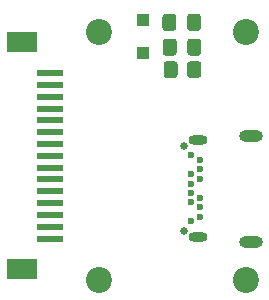
<source format=gbr>
%TF.GenerationSoftware,KiCad,Pcbnew,(5.1.7)-1*%
%TF.CreationDate,2021-02-26T18:48:09+00:00*%
%TF.ProjectId,Small Camera Adapter,536d616c-6c20-4436-916d-657261204164,rev?*%
%TF.SameCoordinates,Original*%
%TF.FileFunction,Soldermask,Bot*%
%TF.FilePolarity,Negative*%
%FSLAX46Y46*%
G04 Gerber Fmt 4.6, Leading zero omitted, Abs format (unit mm)*
G04 Created by KiCad (PCBNEW (5.1.7)-1) date 2021-02-26 18:48:09*
%MOMM*%
%LPD*%
G01*
G04 APERTURE LIST*
%ADD10C,0.650000*%
%ADD11O,2.000000X1.000000*%
%ADD12O,1.600000X0.800000*%
%ADD13C,0.600000*%
%ADD14R,2.200000X0.600000*%
%ADD15R,2.600000X1.800000*%
%ADD16C,2.200000*%
%ADD17R,1.100000X1.100000*%
G04 APERTURE END LIST*
D10*
%TO.C,J2*%
X158000000Y-119750000D03*
D11*
X163700000Y-118910000D03*
X163700000Y-127890000D03*
D12*
X159250000Y-119220000D03*
X159250000Y-127480000D03*
D13*
X158650000Y-126150000D03*
X159350000Y-125750000D03*
X159350000Y-124950000D03*
X158650000Y-124550000D03*
X159350000Y-124150000D03*
X158650000Y-123750000D03*
X158650000Y-122950000D03*
X159350000Y-122550000D03*
X158650000Y-122150000D03*
X159350000Y-121750000D03*
X159350000Y-120950000D03*
X158650000Y-120550000D03*
D10*
X158000000Y-126950000D03*
%TD*%
D14*
%TO.C,J1*%
X146700000Y-123600000D03*
X146700000Y-124600000D03*
X146700000Y-122600000D03*
X146700000Y-125600000D03*
D15*
X144300000Y-111000000D03*
X144300000Y-130200000D03*
D14*
X146700000Y-126600000D03*
X146700000Y-127600000D03*
X146700000Y-121600000D03*
X146700000Y-120600000D03*
X146700000Y-119600000D03*
X146700000Y-118600000D03*
X146700000Y-117600000D03*
X146700000Y-116600000D03*
X146700000Y-115600000D03*
X146700000Y-114600000D03*
X146700000Y-113600000D03*
%TD*%
D16*
%TO.C,REF2*%
X150800000Y-131100000D03*
%TD*%
%TO.C,REF3*%
X150800000Y-110100000D03*
%TD*%
%TO.C,REF4*%
X163300000Y-110100000D03*
%TD*%
%TO.C,REF1*%
X163300000Y-131100000D03*
%TD*%
D17*
%TO.C,D2*%
X154600000Y-109100000D03*
X154600000Y-111900000D03*
%TD*%
%TO.C,C1*%
G36*
G01*
X158288000Y-109775000D02*
X158288000Y-108825000D01*
G75*
G02*
X158538000Y-108575000I250000J0D01*
G01*
X159213000Y-108575000D01*
G75*
G02*
X159463000Y-108825000I0J-250000D01*
G01*
X159463000Y-109775000D01*
G75*
G02*
X159213000Y-110025000I-250000J0D01*
G01*
X158538000Y-110025000D01*
G75*
G02*
X158288000Y-109775000I0J250000D01*
G01*
G37*
G36*
G01*
X156213000Y-109775000D02*
X156213000Y-108825000D01*
G75*
G02*
X156463000Y-108575000I250000J0D01*
G01*
X157138000Y-108575000D01*
G75*
G02*
X157388000Y-108825000I0J-250000D01*
G01*
X157388000Y-109775000D01*
G75*
G02*
X157138000Y-110025000I-250000J0D01*
G01*
X156463000Y-110025000D01*
G75*
G02*
X156213000Y-109775000I0J250000D01*
G01*
G37*
%TD*%
%TO.C,C2*%
G36*
G01*
X156237000Y-111875000D02*
X156237000Y-110925000D01*
G75*
G02*
X156487000Y-110675000I250000J0D01*
G01*
X157162000Y-110675000D01*
G75*
G02*
X157412000Y-110925000I0J-250000D01*
G01*
X157412000Y-111875000D01*
G75*
G02*
X157162000Y-112125000I-250000J0D01*
G01*
X156487000Y-112125000D01*
G75*
G02*
X156237000Y-111875000I0J250000D01*
G01*
G37*
G36*
G01*
X158312000Y-111875000D02*
X158312000Y-110925000D01*
G75*
G02*
X158562000Y-110675000I250000J0D01*
G01*
X159237000Y-110675000D01*
G75*
G02*
X159487000Y-110925000I0J-250000D01*
G01*
X159487000Y-111875000D01*
G75*
G02*
X159237000Y-112125000I-250000J0D01*
G01*
X158562000Y-112125000D01*
G75*
G02*
X158312000Y-111875000I0J250000D01*
G01*
G37*
%TD*%
%TO.C,R1*%
G36*
G01*
X159500000Y-112849999D02*
X159500000Y-113750001D01*
G75*
G02*
X159250001Y-114000000I-249999J0D01*
G01*
X158549999Y-114000000D01*
G75*
G02*
X158300000Y-113750001I0J249999D01*
G01*
X158300000Y-112849999D01*
G75*
G02*
X158549999Y-112600000I249999J0D01*
G01*
X159250001Y-112600000D01*
G75*
G02*
X159500000Y-112849999I0J-249999D01*
G01*
G37*
G36*
G01*
X157500000Y-112849999D02*
X157500000Y-113750001D01*
G75*
G02*
X157250001Y-114000000I-249999J0D01*
G01*
X156549999Y-114000000D01*
G75*
G02*
X156300000Y-113750001I0J249999D01*
G01*
X156300000Y-112849999D01*
G75*
G02*
X156549999Y-112600000I249999J0D01*
G01*
X157250001Y-112600000D01*
G75*
G02*
X157500000Y-112849999I0J-249999D01*
G01*
G37*
%TD*%
M02*

</source>
